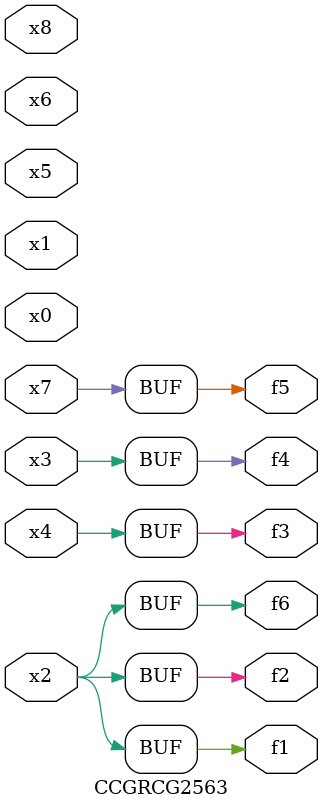
<source format=v>
module CCGRCG2563(
	input x0, x1, x2, x3, x4, x5, x6, x7, x8,
	output f1, f2, f3, f4, f5, f6
);
	assign f1 = x2;
	assign f2 = x2;
	assign f3 = x4;
	assign f4 = x3;
	assign f5 = x7;
	assign f6 = x2;
endmodule

</source>
